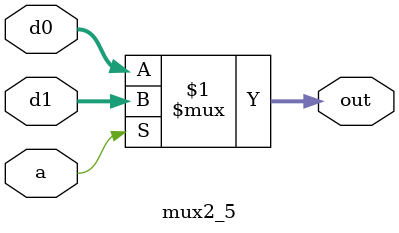
<source format=v>
module sign_extend(in, out);
  input [15:0] in;
  output [31:0] out;

  assign out = {{16{in[15]}}, in};
endmodule

// модуль, который реализует побитовый сдвиг числа
// влево на 2 бита
module shl_2(in, out);
  input [31:0] in;
  output [31:0] out;

  assign out = {in[29:0], 2'b00};
endmodule

// 32 битный сумматор
module adder(a, b, out);
  input [31:0] a, b;
  output [31:0] out;

  assign out = a + b;
endmodule

// 32-битный мультиплексор
module mux2_32(d0, d1, a, out);
  input [31:0] d0, d1;
  input a;
  output [31:0] out;
  assign out = a ? d1 : d0;
endmodule

// 5 - битный мультиплексор
module mux2_5(d0, d1, a, out);
  input [4:0] d0, d1;
  input a;
  output [4:0] out;
  assign out = a ? d1 : d0;
endmodule


</source>
